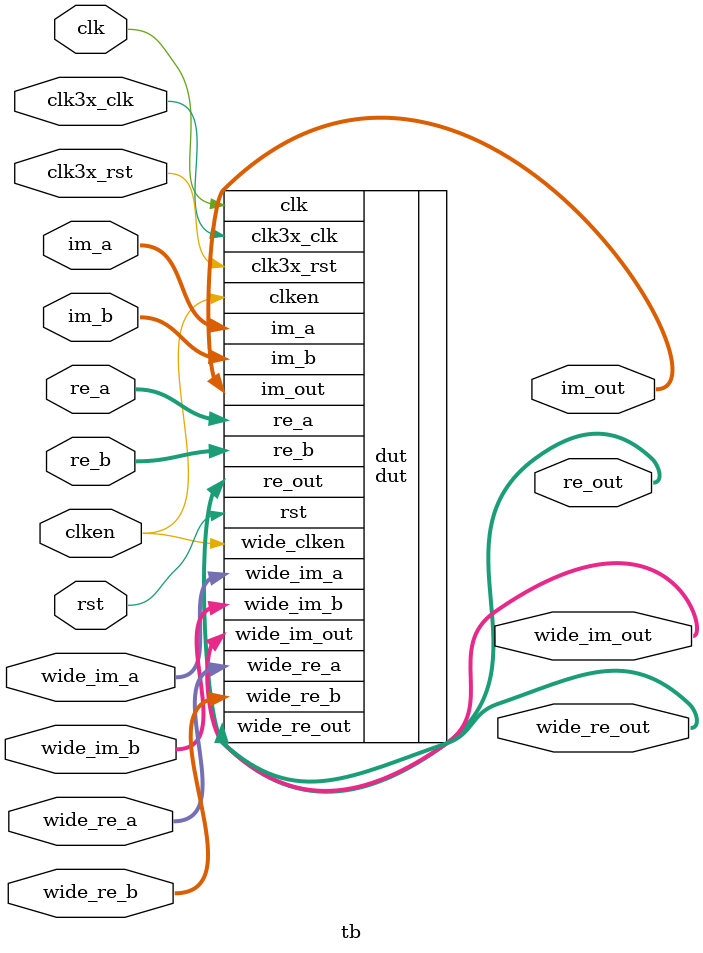
<source format=v>

`timescale 1ps/1ps

module tb
  (
   input wire         clk,
   input wire         rst,
   input wire         clk3x_clk,
   input wire         clk3x_rst,
   input wire         clken,
   input wire [15:0]  re_a,
   input wire [15:0]  im_a,
   input wire [15:0]  re_b,
   input wire [15:0]  im_b,
   output wire [32:0] re_out,
   output wire [32:0] im_out,
   input wire [21:0]  wide_re_a,
   input wire [21:0]  wide_im_a,
   input wire [15:0]  wide_re_b,
   input wire [15:0]  wide_im_b,
   output wire [38:0] wide_re_out,
   output wire [38:0] wide_im_out
   );

   glbl glbl ();

   dut dut
     (.clk(clk), .rst(rst), .clk3x_clk(clk3x_clk), .clk3x_rst(clk3x_rst),
      .clken(clken), .re_a(re_a), .im_a(im_a), .re_b(re_b), .im_b(im_b),
      .re_out(re_out), .im_out(im_out),
      .wide_clken(clken),
      .wide_re_a(wide_re_a), .wide_im_a(wide_im_a),
      .wide_re_b(wide_re_b), .wide_im_b(wide_im_b),
      .wide_re_out(wide_re_out), .wide_im_out(wide_im_out));

`ifdef COCOTB_SIM
   initial begin
      $dumpfile("dump.vcd");
      $dumpvars(0, dut);
   end
`endif
endmodule // tb

</source>
